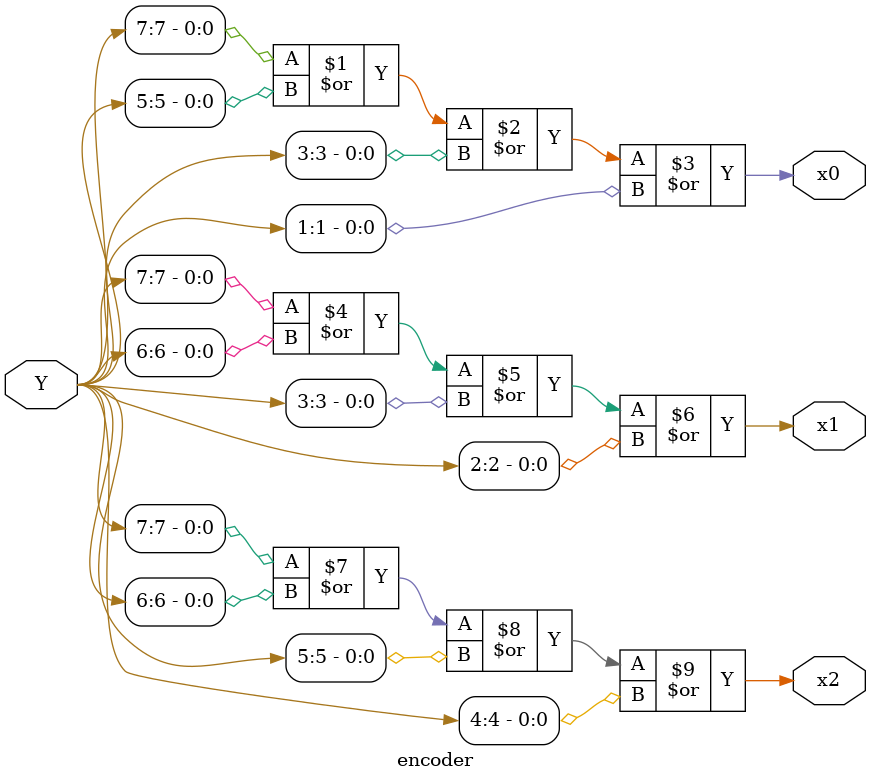
<source format=v>
`timescale 1ns / 1ps


module encoder(input [0:7]Y, output x0,x1,x2);
    assign x0 = Y[7] | Y[5] | Y[3] | Y[1],
           x1 = Y[7] | Y[6] | Y[3] | Y[2],
           x2 = Y[7] | Y[6] | Y[5] | Y[4];

endmodule

</source>
